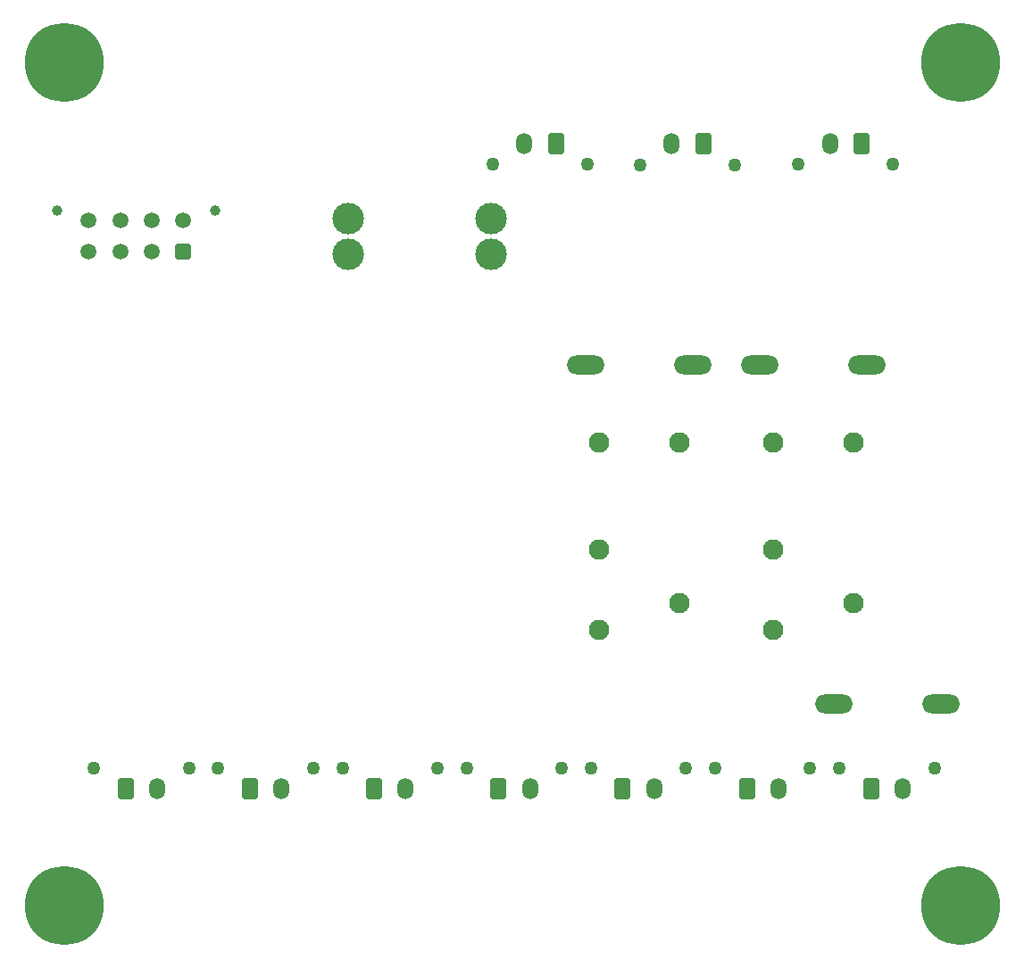
<source format=gbr>
%TF.GenerationSoftware,KiCad,Pcbnew,7.0.7*%
%TF.CreationDate,2023-11-16T19:54:27-05:00*%
%TF.ProjectId,GRC22_ShutdownChargerBoardV1,47524332-325f-4536-9875-74646f776e43,rev?*%
%TF.SameCoordinates,Original*%
%TF.FileFunction,Soldermask,Bot*%
%TF.FilePolarity,Negative*%
%FSLAX46Y46*%
G04 Gerber Fmt 4.6, Leading zero omitted, Abs format (unit mm)*
G04 Created by KiCad (PCBNEW 7.0.7) date 2023-11-16 19:54:27*
%MOMM*%
%LPD*%
G01*
G04 APERTURE LIST*
G04 Aperture macros list*
%AMRoundRect*
0 Rectangle with rounded corners*
0 $1 Rounding radius*
0 $2 $3 $4 $5 $6 $7 $8 $9 X,Y pos of 4 corners*
0 Add a 4 corners polygon primitive as box body*
4,1,4,$2,$3,$4,$5,$6,$7,$8,$9,$2,$3,0*
0 Add four circle primitives for the rounded corners*
1,1,$1+$1,$2,$3*
1,1,$1+$1,$4,$5*
1,1,$1+$1,$6,$7*
1,1,$1+$1,$8,$9*
0 Add four rect primitives between the rounded corners*
20,1,$1+$1,$2,$3,$4,$5,0*
20,1,$1+$1,$4,$5,$6,$7,0*
20,1,$1+$1,$6,$7,$8,$9,0*
20,1,$1+$1,$8,$9,$2,$3,0*%
G04 Aperture macros list end*
%ADD10C,1.270000*%
%ADD11RoundRect,0.250001X-0.499999X-0.759999X0.499999X-0.759999X0.499999X0.759999X-0.499999X0.759999X0*%
%ADD12O,1.500000X2.020000*%
%ADD13RoundRect,0.250001X0.499999X0.759999X-0.499999X0.759999X-0.499999X-0.759999X0.499999X-0.759999X0*%
%ADD14C,7.500000*%
%ADD15O,3.581400X1.790700*%
%ADD16C,1.950000*%
%ADD17C,3.000000*%
%ADD18C,1.000000*%
%ADD19RoundRect,0.250001X0.499999X0.499999X-0.499999X0.499999X-0.499999X-0.499999X0.499999X-0.499999X0*%
%ADD20C,1.500000*%
G04 APERTURE END LIST*
D10*
%TO.C,J6*%
X143199999Y-115000000D03*
X152199999Y-115000000D03*
D11*
X146199999Y-116960000D03*
D12*
X149199999Y-116960000D03*
%TD*%
D10*
%TO.C,J11*%
X168642000Y-57698000D03*
X159642000Y-57698000D03*
D13*
X165642000Y-55738000D03*
D12*
X162642000Y-55738000D03*
%TD*%
D14*
%TO.C,H4*%
X190000000Y-48000000D03*
%TD*%
D10*
%TO.C,J2*%
X178550000Y-115000000D03*
X187550000Y-115000000D03*
D11*
X181550000Y-116960000D03*
D12*
X184550000Y-116960000D03*
%TD*%
D15*
%TO.C,D5*%
X154482000Y-76677000D03*
X164642000Y-76677000D03*
%TD*%
D10*
%TO.C,J9*%
X154642000Y-57658000D03*
X145642000Y-57658000D03*
D13*
X151642000Y-55698000D03*
D12*
X148642000Y-55698000D03*
%TD*%
D14*
%TO.C,H3*%
X190000000Y-128000000D03*
%TD*%
D10*
%TO.C,J10*%
X183642000Y-57658000D03*
X174642000Y-57658000D03*
D13*
X180642000Y-55698000D03*
D12*
X177642000Y-55698000D03*
%TD*%
D10*
%TO.C,J7*%
X107850000Y-115000000D03*
X116850000Y-115000000D03*
D11*
X110850000Y-116960000D03*
D12*
X113850000Y-116960000D03*
%TD*%
D10*
%TO.C,J3*%
X166766665Y-115000000D03*
X175766665Y-115000000D03*
D11*
X169766665Y-116960000D03*
D12*
X172766665Y-116960000D03*
%TD*%
D16*
%TO.C,K2*%
X172262000Y-84043000D03*
X179882000Y-84043000D03*
X172262000Y-94203000D03*
X179882000Y-99283000D03*
X172262000Y-101823000D03*
%TD*%
%TO.C,K1*%
X155752000Y-84043000D03*
X163372000Y-84043000D03*
X155752000Y-94203000D03*
X163372000Y-99283000D03*
X155752000Y-101823000D03*
%TD*%
D15*
%TO.C,D4*%
X178020000Y-108900000D03*
X188180000Y-108900000D03*
%TD*%
D10*
%TO.C,J4*%
X154983332Y-115000000D03*
X163983332Y-115000000D03*
D11*
X157983332Y-116960000D03*
D12*
X160983332Y-116960000D03*
%TD*%
D10*
%TO.C,J5*%
X131416666Y-115000000D03*
X140416666Y-115000000D03*
D11*
X134416666Y-116960000D03*
D12*
X137416666Y-116960000D03*
%TD*%
D17*
%TO.C,F2*%
X131999000Y-62785000D03*
X131999000Y-66185000D03*
X145469000Y-62785000D03*
X145469000Y-66185000D03*
%TD*%
D10*
%TO.C,J8*%
X119633333Y-115000000D03*
X128633333Y-115000000D03*
D11*
X122633333Y-116960000D03*
D12*
X125633333Y-116960000D03*
%TD*%
D15*
%TO.C,D6*%
X170992000Y-76677000D03*
X181152000Y-76677000D03*
%TD*%
D14*
%TO.C,H2*%
X105000000Y-128000000D03*
%TD*%
D18*
%TO.C,J1*%
X119335000Y-62021000D03*
X104335000Y-62021000D03*
D19*
X116335000Y-65961000D03*
D20*
X113335000Y-65961000D03*
X110335000Y-65961000D03*
X107335000Y-65961000D03*
X116335000Y-62961000D03*
X113335000Y-62961000D03*
X110335000Y-62961000D03*
X107335000Y-62961000D03*
%TD*%
D14*
%TO.C,H1*%
X105000000Y-48000000D03*
%TD*%
M02*

</source>
